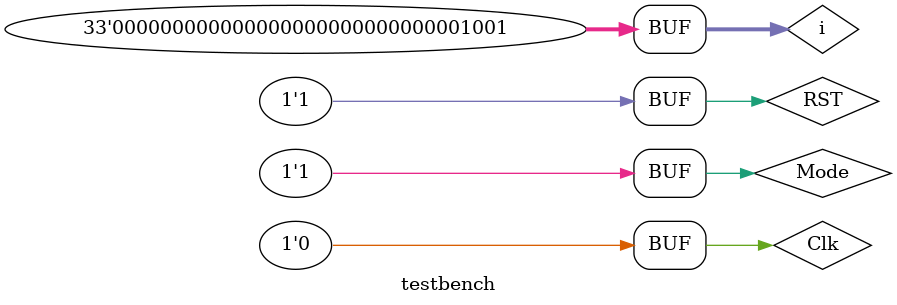
<source format=v>
`timescale 1ns / 1ps


module testbench;

	// Inputs
	reg Clk;
	reg RST;
	reg Mode;
	// Outputs
	wire [3:0] OUT;
	reg [32:0] i;
	// Instantiate the Unit Under Test (UUT)
	DEMLEN_XUONG_MANUAL uut (
		.Clk(Clk), 
		.RST(RST), 
		.Mode(Mode), 
		.OUT(OUT)
	);

	initial begin
		// Initialize Inputs
		Clk = 0;
		RST = 0;
		Mode = 0;

		// Wait 100 ns for global reset to finish
		#100;
		RST = 0; Mode = 0;
	for(i = 0; i < 16; i=i+1) begin
		Clk = ~Clk; #5; Clk = ~Clk; #5;
	end
	RST = 0; Mode = 1;
	for(i = 0; i < 16; i=i+1) begin
		Clk = ~Clk; #5; Clk = ~Clk; #5;
	end
	RST = 1; Mode = 0;
	for(i = 0; i < 16; i=i+1) begin
		Clk = ~Clk; #5; Clk = ~Clk; #5;
	end
	RST = 0; Mode = 1;
	for(i = 0; i < 16; i=i+1) begin
		Clk = ~Clk; #5; Clk = ~Clk; #5;
	end
	RST = 1; Mode = 0;
	for(i = 4; i < 11; i=i+1) begin
		Clk = ~Clk; #5; Clk = ~Clk; #5;
	end
	RST = 1; Mode = 1;
	for(i = 3; i < 9; i=i+1) begin
		Clk = ~Clk; #5; Clk = ~Clk; #5;
	end
end     
endmodule


</source>
